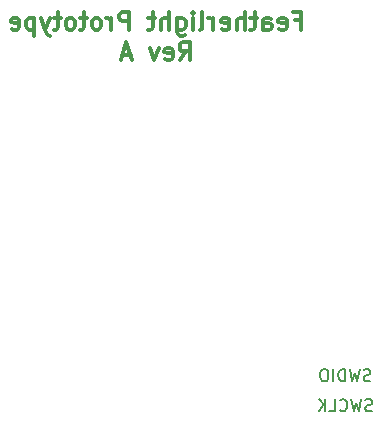
<source format=gbo>
G04 #@! TF.FileFunction,Legend,Bot*
%FSLAX46Y46*%
G04 Gerber Fmt 4.6, Leading zero omitted, Abs format (unit mm)*
G04 Created by KiCad (PCBNEW 4.1.0-alpha+201608211231+7083~46~ubuntu16.04.1-product) date Fri Aug 26 12:21:51 2016*
%MOMM*%
%LPD*%
G01*
G04 APERTURE LIST*
%ADD10C,0.100000*%
%ADD11C,0.150000*%
%ADD12C,0.300000*%
G04 APERTURE END LIST*
D10*
D11*
X119101904Y-113180761D02*
X118959047Y-113228380D01*
X118720952Y-113228380D01*
X118625714Y-113180761D01*
X118578095Y-113133142D01*
X118530476Y-113037904D01*
X118530476Y-112942666D01*
X118578095Y-112847428D01*
X118625714Y-112799809D01*
X118720952Y-112752190D01*
X118911428Y-112704571D01*
X119006666Y-112656952D01*
X119054285Y-112609333D01*
X119101904Y-112514095D01*
X119101904Y-112418857D01*
X119054285Y-112323619D01*
X119006666Y-112276000D01*
X118911428Y-112228380D01*
X118673333Y-112228380D01*
X118530476Y-112276000D01*
X118197142Y-112228380D02*
X117959047Y-113228380D01*
X117768571Y-112514095D01*
X117578095Y-113228380D01*
X117340000Y-112228380D01*
X116387619Y-113133142D02*
X116435238Y-113180761D01*
X116578095Y-113228380D01*
X116673333Y-113228380D01*
X116816190Y-113180761D01*
X116911428Y-113085523D01*
X116959047Y-112990285D01*
X117006666Y-112799809D01*
X117006666Y-112656952D01*
X116959047Y-112466476D01*
X116911428Y-112371238D01*
X116816190Y-112276000D01*
X116673333Y-112228380D01*
X116578095Y-112228380D01*
X116435238Y-112276000D01*
X116387619Y-112323619D01*
X115482857Y-113228380D02*
X115959047Y-113228380D01*
X115959047Y-112228380D01*
X115149523Y-113228380D02*
X115149523Y-112228380D01*
X114578095Y-113228380D02*
X115006666Y-112656952D01*
X114578095Y-112228380D02*
X115149523Y-112799809D01*
X118959047Y-110640761D02*
X118816190Y-110688380D01*
X118578095Y-110688380D01*
X118482857Y-110640761D01*
X118435238Y-110593142D01*
X118387619Y-110497904D01*
X118387619Y-110402666D01*
X118435238Y-110307428D01*
X118482857Y-110259809D01*
X118578095Y-110212190D01*
X118768571Y-110164571D01*
X118863809Y-110116952D01*
X118911428Y-110069333D01*
X118959047Y-109974095D01*
X118959047Y-109878857D01*
X118911428Y-109783619D01*
X118863809Y-109736000D01*
X118768571Y-109688380D01*
X118530476Y-109688380D01*
X118387619Y-109736000D01*
X118054285Y-109688380D02*
X117816190Y-110688380D01*
X117625714Y-109974095D01*
X117435238Y-110688380D01*
X117197142Y-109688380D01*
X116816190Y-110688380D02*
X116816190Y-109688380D01*
X116578095Y-109688380D01*
X116435238Y-109736000D01*
X116340000Y-109831238D01*
X116292380Y-109926476D01*
X116244761Y-110116952D01*
X116244761Y-110259809D01*
X116292380Y-110450285D01*
X116340000Y-110545523D01*
X116435238Y-110640761D01*
X116578095Y-110688380D01*
X116816190Y-110688380D01*
X115816190Y-110688380D02*
X115816190Y-109688380D01*
X115149523Y-109688380D02*
X114959047Y-109688380D01*
X114863809Y-109736000D01*
X114768571Y-109831238D01*
X114720952Y-110021714D01*
X114720952Y-110355047D01*
X114768571Y-110545523D01*
X114863809Y-110640761D01*
X114959047Y-110688380D01*
X115149523Y-110688380D01*
X115244761Y-110640761D01*
X115340000Y-110545523D01*
X115387619Y-110355047D01*
X115387619Y-110021714D01*
X115340000Y-109831238D01*
X115244761Y-109736000D01*
X115149523Y-109688380D01*
D12*
X112588000Y-80151857D02*
X113088000Y-80151857D01*
X113088000Y-80937571D02*
X113088000Y-79437571D01*
X112373714Y-79437571D01*
X111230857Y-80866142D02*
X111373714Y-80937571D01*
X111659428Y-80937571D01*
X111802285Y-80866142D01*
X111873714Y-80723285D01*
X111873714Y-80151857D01*
X111802285Y-80009000D01*
X111659428Y-79937571D01*
X111373714Y-79937571D01*
X111230857Y-80009000D01*
X111159428Y-80151857D01*
X111159428Y-80294714D01*
X111873714Y-80437571D01*
X109873714Y-80937571D02*
X109873714Y-80151857D01*
X109945142Y-80009000D01*
X110087999Y-79937571D01*
X110373714Y-79937571D01*
X110516571Y-80009000D01*
X109873714Y-80866142D02*
X110016571Y-80937571D01*
X110373714Y-80937571D01*
X110516571Y-80866142D01*
X110587999Y-80723285D01*
X110587999Y-80580428D01*
X110516571Y-80437571D01*
X110373714Y-80366142D01*
X110016571Y-80366142D01*
X109873714Y-80294714D01*
X109373714Y-79937571D02*
X108802285Y-79937571D01*
X109159428Y-79437571D02*
X109159428Y-80723285D01*
X109087999Y-80866142D01*
X108945142Y-80937571D01*
X108802285Y-80937571D01*
X108302285Y-80937571D02*
X108302285Y-79437571D01*
X107659428Y-80937571D02*
X107659428Y-80151857D01*
X107730857Y-80009000D01*
X107873714Y-79937571D01*
X108087999Y-79937571D01*
X108230857Y-80009000D01*
X108302285Y-80080428D01*
X106373714Y-80866142D02*
X106516571Y-80937571D01*
X106802285Y-80937571D01*
X106945142Y-80866142D01*
X107016571Y-80723285D01*
X107016571Y-80151857D01*
X106945142Y-80009000D01*
X106802285Y-79937571D01*
X106516571Y-79937571D01*
X106373714Y-80009000D01*
X106302285Y-80151857D01*
X106302285Y-80294714D01*
X107016571Y-80437571D01*
X105659428Y-80937571D02*
X105659428Y-79937571D01*
X105659428Y-80223285D02*
X105587999Y-80080428D01*
X105516571Y-80009000D01*
X105373714Y-79937571D01*
X105230857Y-79937571D01*
X104516571Y-80937571D02*
X104659428Y-80866142D01*
X104730857Y-80723285D01*
X104730857Y-79437571D01*
X103945142Y-80937571D02*
X103945142Y-79937571D01*
X103945142Y-79437571D02*
X104016571Y-79509000D01*
X103945142Y-79580428D01*
X103873714Y-79509000D01*
X103945142Y-79437571D01*
X103945142Y-79580428D01*
X102587999Y-79937571D02*
X102587999Y-81151857D01*
X102659428Y-81294714D01*
X102730857Y-81366142D01*
X102873714Y-81437571D01*
X103087999Y-81437571D01*
X103230857Y-81366142D01*
X102587999Y-80866142D02*
X102730857Y-80937571D01*
X103016571Y-80937571D01*
X103159428Y-80866142D01*
X103230857Y-80794714D01*
X103302285Y-80651857D01*
X103302285Y-80223285D01*
X103230857Y-80080428D01*
X103159428Y-80009000D01*
X103016571Y-79937571D01*
X102730857Y-79937571D01*
X102587999Y-80009000D01*
X101873714Y-80937571D02*
X101873714Y-79437571D01*
X101230857Y-80937571D02*
X101230857Y-80151857D01*
X101302285Y-80009000D01*
X101445142Y-79937571D01*
X101659428Y-79937571D01*
X101802285Y-80009000D01*
X101873714Y-80080428D01*
X100730857Y-79937571D02*
X100159428Y-79937571D01*
X100516571Y-79437571D02*
X100516571Y-80723285D01*
X100445142Y-80866142D01*
X100302285Y-80937571D01*
X100159428Y-80937571D01*
X98516571Y-80937571D02*
X98516571Y-79437571D01*
X97945142Y-79437571D01*
X97802285Y-79509000D01*
X97730857Y-79580428D01*
X97659428Y-79723285D01*
X97659428Y-79937571D01*
X97730857Y-80080428D01*
X97802285Y-80151857D01*
X97945142Y-80223285D01*
X98516571Y-80223285D01*
X97016571Y-80937571D02*
X97016571Y-79937571D01*
X97016571Y-80223285D02*
X96945142Y-80080428D01*
X96873714Y-80009000D01*
X96730857Y-79937571D01*
X96587999Y-79937571D01*
X95873714Y-80937571D02*
X96016571Y-80866142D01*
X96087999Y-80794714D01*
X96159428Y-80651857D01*
X96159428Y-80223285D01*
X96087999Y-80080428D01*
X96016571Y-80009000D01*
X95873714Y-79937571D01*
X95659428Y-79937571D01*
X95516571Y-80009000D01*
X95445142Y-80080428D01*
X95373714Y-80223285D01*
X95373714Y-80651857D01*
X95445142Y-80794714D01*
X95516571Y-80866142D01*
X95659428Y-80937571D01*
X95873714Y-80937571D01*
X94945142Y-79937571D02*
X94373714Y-79937571D01*
X94730857Y-79437571D02*
X94730857Y-80723285D01*
X94659428Y-80866142D01*
X94516571Y-80937571D01*
X94373714Y-80937571D01*
X93659428Y-80937571D02*
X93802285Y-80866142D01*
X93873714Y-80794714D01*
X93945142Y-80651857D01*
X93945142Y-80223285D01*
X93873714Y-80080428D01*
X93802285Y-80009000D01*
X93659428Y-79937571D01*
X93445142Y-79937571D01*
X93302285Y-80009000D01*
X93230857Y-80080428D01*
X93159428Y-80223285D01*
X93159428Y-80651857D01*
X93230857Y-80794714D01*
X93302285Y-80866142D01*
X93445142Y-80937571D01*
X93659428Y-80937571D01*
X92730857Y-79937571D02*
X92159428Y-79937571D01*
X92516571Y-79437571D02*
X92516571Y-80723285D01*
X92445142Y-80866142D01*
X92302285Y-80937571D01*
X92159428Y-80937571D01*
X91802285Y-79937571D02*
X91445142Y-80937571D01*
X91087999Y-79937571D02*
X91445142Y-80937571D01*
X91587999Y-81294714D01*
X91659428Y-81366142D01*
X91802285Y-81437571D01*
X90516571Y-79937571D02*
X90516571Y-81437571D01*
X90516571Y-80009000D02*
X90373714Y-79937571D01*
X90087999Y-79937571D01*
X89945142Y-80009000D01*
X89873714Y-80080428D01*
X89802285Y-80223285D01*
X89802285Y-80651857D01*
X89873714Y-80794714D01*
X89945142Y-80866142D01*
X90087999Y-80937571D01*
X90373714Y-80937571D01*
X90516571Y-80866142D01*
X88587999Y-80866142D02*
X88730857Y-80937571D01*
X89016571Y-80937571D01*
X89159428Y-80866142D01*
X89230857Y-80723285D01*
X89230857Y-80151857D01*
X89159428Y-80009000D01*
X89016571Y-79937571D01*
X88730857Y-79937571D01*
X88587999Y-80009000D01*
X88516571Y-80151857D01*
X88516571Y-80294714D01*
X89230857Y-80437571D01*
X102802285Y-83487571D02*
X103302285Y-82773285D01*
X103659428Y-83487571D02*
X103659428Y-81987571D01*
X103088000Y-81987571D01*
X102945142Y-82059000D01*
X102873714Y-82130428D01*
X102802285Y-82273285D01*
X102802285Y-82487571D01*
X102873714Y-82630428D01*
X102945142Y-82701857D01*
X103088000Y-82773285D01*
X103659428Y-82773285D01*
X101588000Y-83416142D02*
X101730857Y-83487571D01*
X102016571Y-83487571D01*
X102159428Y-83416142D01*
X102230857Y-83273285D01*
X102230857Y-82701857D01*
X102159428Y-82559000D01*
X102016571Y-82487571D01*
X101730857Y-82487571D01*
X101588000Y-82559000D01*
X101516571Y-82701857D01*
X101516571Y-82844714D01*
X102230857Y-82987571D01*
X101016571Y-82487571D02*
X100659428Y-83487571D01*
X100302285Y-82487571D01*
X98659428Y-83059000D02*
X97945142Y-83059000D01*
X98802285Y-83487571D02*
X98302285Y-81987571D01*
X97802285Y-83487571D01*
M02*

</source>
